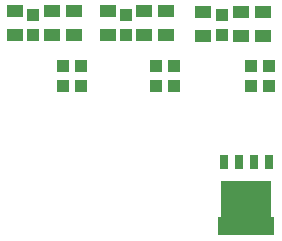
<source format=gbr>
%TF.GenerationSoftware,Altium Limited,Altium Designer,22.9.1 (49)*%
G04 Layer_Color=128*
%FSLAX45Y45*%
%MOMM*%
%TF.SameCoordinates,925A93EA-3B44-44BF-AA41-ED200E7300F1*%
%TF.FilePolarity,Positive*%
%TF.FileFunction,Paste,Bot*%
%TF.Part,Single*%
G01*
G75*
%TA.AperFunction,SMDPad,CuDef*%
%ADD15R,1.10000X1.00000*%
%ADD20R,1.40000X1.00000*%
%ADD55R,4.20000X3.10000*%
%ADD56R,4.70000X1.50000*%
%ADD57R,0.70000X1.15000*%
D15*
X8860000Y4616500D02*
D03*
X8860000Y4446500D02*
D03*
X8707700Y4446500D02*
D03*
X8707700Y4616500D02*
D03*
X7917699Y4446500D02*
D03*
X7917699Y4616500D02*
D03*
X8070000Y4616500D02*
D03*
X8070000Y4446500D02*
D03*
X9660000Y4616500D02*
D03*
X9660000Y4446500D02*
D03*
X9507700Y4446500D02*
D03*
X9507700Y4616500D02*
D03*
X7660000Y4875000D02*
D03*
X7660000Y5045000D02*
D03*
X8450000Y4875000D02*
D03*
X8450000Y5045000D02*
D03*
X9260000Y4875000D02*
D03*
X9260000Y5045000D02*
D03*
D20*
X7510000Y4880000D02*
D03*
X7510000Y5080000D02*
D03*
X7820000Y5080000D02*
D03*
X7820000Y4880000D02*
D03*
X9100000Y5070000D02*
D03*
X9100000Y4870000D02*
D03*
X9610000Y5070000D02*
D03*
X9610000Y4870000D02*
D03*
X8300000Y5080000D02*
D03*
X8300000Y4880000D02*
D03*
X8600000Y5080000D02*
D03*
X8600000Y4880000D02*
D03*
X8010000Y4880000D02*
D03*
X8010000Y5080000D02*
D03*
X8790000Y4880000D02*
D03*
X8790000Y5080000D02*
D03*
X9420000Y4870000D02*
D03*
X9420000Y5070000D02*
D03*
D55*
X9470000Y3486200D02*
D03*
D56*
X9470000Y3256200D02*
D03*
D57*
X9660500Y3803700D02*
D03*
X9533500Y3803700D02*
D03*
X9406500Y3803700D02*
D03*
X9279500Y3803700D02*
D03*
%TF.MD5,427d589d3ccc3de65acddf915b219480*%
M02*

</source>
